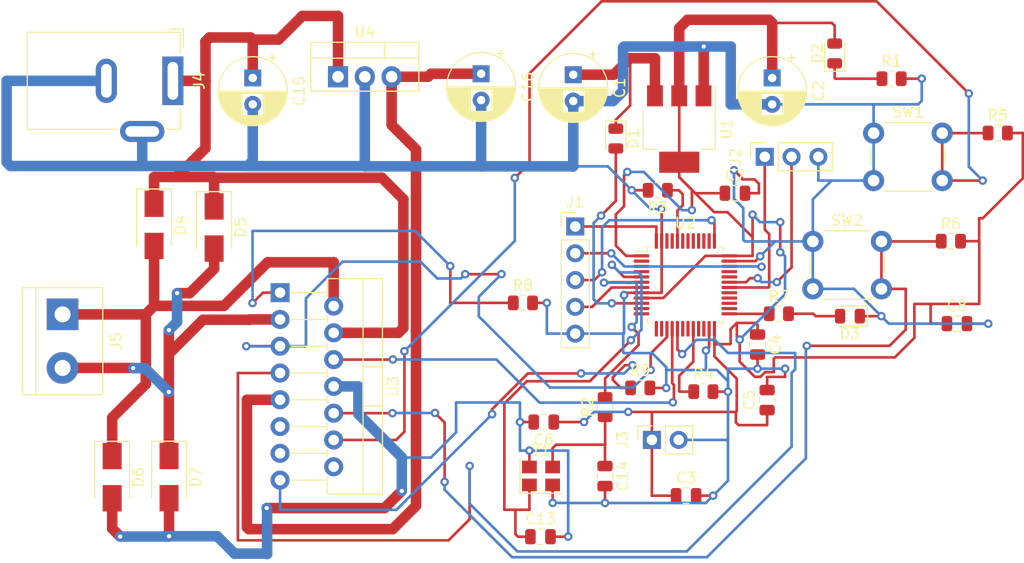
<source format=kicad_pcb>
(kicad_pcb (version 20211014) (generator pcbnew)
  (layers (0 "F.Cu" signal) (31 "B.Cu" signal) (34 "B.Paste" user) (35 "F.Paste" user) (36 "B.SilkS" user "B.Silkscreen") (37 "F.SilkS" user "F.Silkscreen") (38 "B.Mask" user) (39 "F.Mask" user) (44 "Edge.Cuts" user))
  (net 0 "")
  (net 1 "Net-(D2-Pad1)")
  (net 2 "GND")
  (net 3 "OSC_OUT")
  (net 4 "BOOT0")
  (net 5 "BOOT1")
  (net 6 "+3V3")
  (net 7 "DEBUG")
  (net 11 "NRST")
  (net 23 "USART1_TX")
  (net 24 "USART1_RX")
  (net 27 "SWDIO")
  (net 28 "SWCLK")
  (net 35 "VCC")
  (net 36 "OSC_IN")
  (net 37 "Net-(C1-Pad1)")
  (net 38 "Net-(C14-Pad1)")
  (net 39 "Net-(D3-Pad2)")
  (net 40 "+12V")
  (net 41 "Net-(D4-Pad2)")
  (net 42 "Net-(D5-Pad2)")
  (net 43 "Net-(R8-Pad1)")
  (net 45 "IN1")
  (net 46 "ENA")
  (net 47 "IN2")
  (net 50 "IN4")
  (net 52 "IN3")
  (net 55 "Net-(R9-Pad1)")
  (net 56 "+5V")
  (footprint "Package_TO_SOT_SMD:SOT-223-3_TabPin2" (layer "F.Cu") (at 104.35 60.8 -90)
    (fp_text reference "U1")
    (fp_text value "AMS1117-3.3")
  )
  (footprint "Resistor_SMD:R_0805_2012Metric" (layer "F.Cu") (at 113.79 78.32)
    (fp_text reference "R7")
    (fp_text value "10k")
  )
  (footprint "Package_TO_SOT_THT:TO-220-3_Vertical" (layer "F.Cu") (at 72.02 55.845)
    (fp_text reference "U4")
    (fp_text value "L7805")
  )
  (footprint "Resistor_SMD:R_0805_2012Metric" (layer "F.Cu") (at 106.6375 85.71)
    (fp_text reference "R4")
    (fp_text value "10k")
  )
  (footprint "Capacitor_SMD:C_0805_2012Metric" (layer "F.Cu") (at 112.68 86.51 90)
    (fp_text reference "C5")
    (fp_text value "100n")
  )
  (footprint "Button_Switch_THT:SW_PUSH_6mm" (layer "F.Cu") (at 117.01 71.46)
    (fp_text reference "SW2")
    (fp_text value "SW_MEC_5E")
  )
  (footprint "Capacitor_SMD:C_0805_2012Metric" (layer "F.Cu") (at 111.77 81.24 -90)
    (fp_text reference "C4")
    (fp_text value "100n")
  )
  (footprint "Resistor_SMD:R_0805_2012Metric" (layer "F.Cu") (at 134.5325 61.18)
    (fp_text reference "R5")
    (fp_text value "10")
  )
  (footprint "Capacitor_SMD:C_0805_2012Metric" (layer "F.Cu") (at 105.004759 95.575)
    (fp_text reference "C3")
    (fp_text value "100n")
  )
  (footprint "Capacitor_SMD:C_0805_2012Metric" (layer "F.Cu") (at 97.32 93.715 -90)
    (fp_text reference "C14")
    (fp_text value "12")
  )
  (footprint "Capacitor_SMD:C_0805_2012Metric" (layer "F.Cu") (at 109.63 66.89)
    (fp_text reference "C7")
    (fp_text value "100n")
  )
  (footprint "LED_SMD:LED_0805_2012Metric" (layer "F.Cu") (at 120.5275 78.55 180)
    (fp_text reference "D3")
    (fp_text value "DEBUG")
  )
  (footprint "Capacitor_SMD:C_0805_2012Metric" (layer "F.Cu") (at 91.2 99.465)
    (fp_text reference "C13")
    (fp_text value "12")
  )
  (footprint "Diode_SMD:D_SMA" (layer "F.Cu") (at 54.59 69.89 -90)
    (fp_text reference "D4")
    (fp_text value "D_Schottky")
  )
  (footprint "Resistor_SMD:R_0805_2012Metric" (layer "F.Cu") (at 130.0925 71.44)
    (fp_text reference "R6")
    (fp_text value "10")
  )
  (footprint "Capacitor_THT:CP_Radial_D6.3mm_P2.50mm" (layer "F.Cu") (at 63.94 55.96 -90)
    (fp_text reference "C15")
    (fp_text value "330n")
  )
  (footprint "Diode_SMD:D_SMA" (layer "F.Cu") (at 56.01 93.81 -90)
    (fp_text reference "D7")
    (fp_text value "D_Schottky")
  )
  (footprint "Diode_SMD:D_0805_2012Metric" (layer "F.Cu") (at 98.34 61.7075 -90)
    (fp_text reference "D1")
    (fp_text value "D_Schottky_Small")
  )
  (footprint "Capacitor_THT:CP_Radial_D6.3mm_P2.50mm" (layer "F.Cu") (at 94.31 55.65 -90)
    (fp_text reference "C1")
    (fp_text value "100n")
  )
  (footprint "LED_SMD:LED_0805_2012Metric" (layer "F.Cu") (at 119.08 53.6325 90)
    (fp_text reference "D2")
    (fp_text value "LED_Small")
  )
  (footprint "Capacitor_THT:CP_Radial_D6.3mm_P2.50mm" (layer "F.Cu") (at 113.16 55.96 -90)
    (fp_text reference "C2")
    (fp_text value "100n")
  )
  (footprint "Connector_PinSocket_2.54mm:PinSocket_1x03_P2.54mm_Vertical" (layer "F.Cu") (at 112.455 63.435 90)
    (fp_text reference "J2")
    (fp_text value "USART1")
  )
  (footprint "TerminalBlock:TerminalBlock_bornier-2_P5.08mm" (layer "F.Cu") (at 45.92 78.38 -90)
    (fp_text reference "J5")
    (fp_text value "Screw_Terminal_01x02")
  )
  (footprint "Capacitor_SMD:C_0805_2012Metric" (layer "F.Cu") (at 130.664759 79.26)
    (fp_text reference "C8")
    (fp_text value "100n")
  )
  (footprint "Crystal:Crystal_SMD_3225-4Pin_3.2x2.5mm" (layer "F.Cu") (at 91.254759 93.705)
    (fp_text reference "Y1")
    (fp_text value "16 MHz")
  )
  (footprint "Capacitor_THT:CP_Radial_D6.3mm_P2.50mm" (layer "F.Cu") (at 85.58 55.56 -90)
    (fp_text reference "C16")
    (fp_text value "100n")
  )
  (footprint "Button_Switch_THT:SW_PUSH_6mm" (layer "F.Cu") (at 122.77 61.19)
    (fp_text reference "SW1")
    (fp_text value "SW_MEC_5E")
  )
  (footprint "Connector_PinSocket_2.54mm:PinSocket_1x02_P2.54mm_Vertical" (layer "F.Cu") (at 101.76 90.285 90)
    (fp_text reference "J3")
    (fp_text value "3V3")
  )
  (footprint "Package_TO_SOT_THT:TO-220-15_P2.54x2.54mm_StaggerOdd_Lead4.58mm_Vertical" (layer "F.Cu") (at 66.53 76.32 -90)
    (fp_text reference "U3")
    (fp_text value "L298HN")
  )
  (footprint "Connector_PinHeader_2.54mm:PinHeader_1x05_P2.54mm_Vertical" (layer "F.Cu") (at 94.5 70.045)
    (fp_text reference "J1")
    (fp_text value "SWD")
  )
  (footprint "Diode_SMD:D_SMA" (layer "F.Cu") (at 60.28 70.14 -90)
    (fp_text reference "D5")
    (fp_text value "D_Schottky")
  )
  (footprint "Resistor_SMD:R_0805_2012Metric" (layer "F.Cu") (at 102.3175 66.61 180)
    (fp_text reference "R3")
    (fp_text value "10k")
  )
  (footprint "Resistor_SMD:R_0805_2012Metric" (layer "F.Cu") (at 89.54 77.29)
    (fp_text reference "R8")
    (fp_text value "10")
  )
  (footprint "Resistor_SMD:R_0805_2012Metric" (layer "F.Cu") (at 100.6525 85.355)
    (fp_text reference "R9")
    (fp_text value "10")
  )
  (footprint "Connector_BarrelJack:BarrelJack_GCT_DCJ200-10-A_Horizontal" (layer "F.Cu") (at 56.37 56.23 -90)
    (fp_text reference "J4")
    (fp_text value "Barrel_Jack_Switch")
  )
  (footprint "Package_QFP:LQFP-48_7x7mm_P0.5mm" (layer "F.Cu") (at 104.934759 75.58)
    (fp_text reference "U2")
    (fp_text value "STM32F103C8Tx")
  )
  (footprint "Resistor_SMD:R_0805_2012Metric" (layer "F.Cu") (at 124.4725 56.03)
    (fp_text reference "R1")
    (fp_text value "1k")
  )
  (footprint "Diode_SMD:D_SMA" (layer "F.Cu") (at 50.62 93.82 -90)
    (fp_text reference "D6")
    (fp_text value "D_Schottky")
  )
  (footprint "Capacitor_SMD:C_0805_2012Metric" (layer "F.Cu") (at 91.51 88.59 180)
    (fp_text reference "C6")
    (fp_text value "100n")
  )
  (footprint "Resistor_SMD:R_0805_2012Metric" (layer "F.Cu") (at 97.33 87.17 90)
    (fp_text reference "R2")
    (fp_text value "220")
  )
  (segment (start 119.08 55.96) (end 119.15 56.03) (width 0.25) (layer "F.Cu") (net 1))
  (segment (start 119.15 56.03) (end 123.56 56.03) (width 0.25) (layer "F.Cu") (net 1))
  (segment (start 119.08 54.57) (end 119.08 55.96) (width 0.25) (layer "F.Cu") (net 1))
  (segment (start 102.69 71.412259) (end 102.684759 71.4175) (width 0.25) (layer "F.Cu") (net 2))
  (segment (start 114.38 83.53) (end 114.38 84.31) (width 0.25) (layer "F.Cu") (net 2))
  (segment (start 107.184759 79.7425) (end 107.184759 81.505241) (width 0.25) (layer "F.Cu") (net 2))
  (segment (start 102.65 76.33) (end 102.684759 76.295241) (width 0.25) (layer "F.Cu") (net 2))
  (segment (start 99.3445 76.33) (end 99.12 76.5545) (width 0.25) (layer "F.Cu") (net 2))
  (segment (start 90.56 88.59) (end 89.26 88.59) (width 0.25) (layer "F.Cu") (net 2))
  (segment (start 102.684759 76.295241) (end 102.684759 71.4175) (width 0.25) (layer "F.Cu") (net 2))
  (segment (start 105.954759 95.575) (end 107.555 95.575) (width 0.25) (layer "F.Cu") (net 2))
  (segment (start 100.772259 76.33) (end 99.3445 76.33) (width 0.25) (layer "F.Cu") (net 2))
  (segment (start 110.27 65.49) (end 110.36 65.58) (width 0.25) (layer "F.Cu") (net 2))
  (segment (start 92.15 99.465) (end 93.825 99.465) (width 0.25) (layer "F.Cu") (net 2))
  (segment (start 76.43 96.75) (end 78.06 95.12) (width 1) (layer "F.Cu") (net 2))
  (segment (start 93.825 99.465) (end 93.83 99.46) (width 0.25) (layer "F.Cu") (net 2))
  (segment (start 97.32 94.665) (end 97.32 96.27) (width 0.25) (layer "F.Cu") (net 2))
  (segment (start 50.62 95.82) (end 50.62 97.86) (width 1) (layer "F.Cu") (net 2))
  (segment (start 109.54 64.71) (end 110.27 65.44) (width 0.25) (layer "F.Cu") (net 2))
  (segment (start 50.62 97.86) (end 50.62 98.69) (width 1) (layer "F.Cu") (net 2))
  (segment (start 111.49 65.58) (end 111.9 65.99) (width 0.25) (layer "F.Cu") (net 2))
  (segment (start 111.77 82.19) (end 111.77 83.53) (width 0.25) (layer "F.Cu") (net 2))
  (segment (start 92.354759 96.254759) (end 92.36 96.26) (width 0.25) (layer "F.Cu") (net 2))
  (segment (start 100.772259 76.33) (end 102.65 76.33) (width 0.25) (layer "F.Cu") (net 2))
  (segment (start 90.154759 92.855) (end 90.154759 91.304759) (width 0.25) (layer "F.Cu") (net 2))
  (segment (start 107.555 95.575) (end 107.56 95.57) (width 0.25) (layer "F.Cu") (net 2))
  (segment (start 131.614759 79.26) (end 133.63 79.26) (width 0.25) (layer "F.Cu") (net 2))
  (segment (start 90.154759 91.304759) (end 90.15 91.3) (width 0.25) (layer "F.Cu") (net 2))
  (segment (start 106.67 52.98) (end 106.67 57.63) (width 1) (layer "F.Cu") (net 2))
  (segment (start 50.62 98.69) (end 51.38 99.45) (width 1) (layer "F.Cu") (net 2))
  (segment (start 106.67 57.63) (end 106.65 57.65) (width 1) (layer "F.Cu") (net 2))
  (segment (start 107.55 85.71) (end 108.97 85.71) (width 0.25) (layer "F.Cu") (net 2))
  (segment (start 112.68 84.31) (end 112.68 85.56) (width 0.25) (layer "F.Cu") (net 2))
  (segment (start 111.9 66.89) (end 110.58 66.89) (width 0.25) (layer "F.Cu") (net 2))
  (segment (start 101.405 66.61) (end 99.85 66.61) (width 0.25) (layer "F.Cu") (net 2))
  (segment (start 121.465 78.55) (end 123.5 78.55) (width 0.25) (layer "F.Cu") (net 2))
  (segment (start 56.01 99.42) (end 56.01 95.81) (width 1) (layer "F.Cu") (net 2))
  (segment (start 109.097259 73.33) (end 111.56639 73.33) (width 0.25) (layer "F.Cu") (net 2))
  (segment (start 65.26 96.75) (end 76.43 96.75) (width 1) (layer "F.Cu") (net 2))
  (segment (start 102.69 68.39) (end 102.69 71.412259) (width 0.25) (layer "F.Cu") (net 2))
  (segment (start 101.565 85.355) (end 103.115 85.355) (width 0.25) (layer "F.Cu") (net 2))
  (segment (start 111.56639 73.33) (end 112.023213 72.873177) (width 0.25) (layer "F.Cu") (net 2))
  (segment (start 92.354759 94.555) (end 92.354759 96.254759) (width 0.25) (layer "F.Cu") (net 2))
  (segment (start 125.385 56.03) (end 127.32 56.03) (width 0.25) (layer "F.Cu") (net 2))
  (segment (start 114.38 84.31) (end 112.68 84.31) (width 0.25) (layer "F.Cu") (net 2))
  (segment (start 107.184759 81.505241) (end 106.88 81.81) (width 0.25) (layer "F.Cu") (net 2))
  (segment (start 110.36 65.58) (end 111.49 65.58) (width 0.25) (layer "F.Cu") (net 2))
  (segment (start 110.27 65.44) (end 110.27 65.49) (width 0.25) (layer "F.Cu") (net 2))
  (segment (start 90.4525 77.29) (end 91.81 77.29) (width 0.25) (layer "F.Cu") (net 2))
  (segment (start 127.32 56.03) (end 127.33 56.02) (width 0.25) (layer "F.Cu") (net 2))
  (segment (start 111.9 65.99) (end 111.9 66.89) (width 0.25) (layer "F.Cu") (net 2))
  (segment (start 103.115 85.355) (end 103.12 85.36) (width 0.25) (layer "F.Cu") (net 2))
  (via (at 133.63 79.26) (size 0.8) (drill 0.4) (layers "F.Cu" "B.Cu") (net 2))
  (via (at 108.97 85.71) (size 0.8) (drill 0.4) (layers "F.Cu" "B.Cu") (net 2))
  (via (at 107.56 95.57) (size 0.8) (drill 0.4) (layers "F.Cu" "B.Cu") (net 2))
  (via (at 102.69 68.39) (size 0.8) (drill 0.4) (layers "F.Cu" "B.Cu") (net 2))
  (via (at 90.15 91.3) (size 0.8) (drill 0.4) (layers "F.Cu" "B.Cu") (net 2))
  (via (at 89.26 88.59) (size 0.8) (drill 0.4) (layers "F.Cu" "B.Cu") (net 2))
  (via (at 109.54 64.71) (size 0.8) (drill 0.4) (layers "F.Cu" "B.Cu") (net 2))
  (via (at 112.023213 72.873177) (size 0.8) (drill 0.4) (layers "F.Cu" "B.Cu") (net 2))
  (via (at 93.83 99.46) (size 0.8) (drill 0.4) (layers "F.Cu" "B.Cu") (net 2))
  (via (at 65.26 96.75) (size 0.8) (drill 0.4) (layers "F.Cu" "B.Cu") (net 2))
  (via (at 97.32 96.27) (size 0.8) (drill 0.4) (layers "F.Cu" "B.Cu") (net 2))
  (via (at 99.12 76.5545) (size 0.8) (drill 0.4) (layers "F.Cu" "B.Cu") (net 2))
  (via (at 106.88 81.81) (size 0.8) (drill 0.4) (layers "F.Cu" "B.Cu") (net 2))
  (via (at 51.38 99.45) (size 0.8) (drill 0.4) (layers "F.Cu" "B.Cu") (net 2))
  (via (at 114.38 83.53) (size 0.8) (drill 0.4) (layers "F.Cu" "B.Cu") (net 2))
  (via (at 78.06 95.12) (size 0.8) (drill 0.4) (layers "F.Cu" "B.Cu") (net 2))
  (via (at 91.81 77.29) (size 0.8) (drill 0.4) (layers "F.Cu" "B.Cu") (net 2))
  (via (at 99.85 66.61) (size 0.8) (drill 0.4) (layers "F.Cu" "B.Cu") (net 2))
  (via (at 127.33 56.02) (size 0.8) (drill 0.4) (layers "F.Cu" "B.Cu") (net 2))
  (via (at 103.12 85.36) (size 0.8) (drill 0.4) (layers "F.Cu" "B.Cu") (net 2))
  (via (at 92.36 96.26) (size 0.8) (drill 0.4) (layers "F.Cu" "B.Cu") (net 2))
  (via (at 106.67 52.98) (size 0.8) (drill 0.4) (layers "F.Cu" "B.Cu") (net 2))
  (via (at 56.01 99.42) (size 0.8) (drill 0.4) (layers "F.Cu" "B.Cu") (net 2))
  (via (at 123.5 78.55) (size 0.8) (drill 0.4) (layers "F.Cu" "B.Cu") (net 2))
  (via (at 111.77 83.53) (size 0.8) (drill 0.4) (layers "F.Cu" "B.Cu") (net 2))
  (segment (start 118.79 65.69) (end 117.54 65.69) (width 0.25) (layer "B.Cu") (net 2))
  (segment (start 106.86 96.27) (end 107.56 95.57) (width 0.25) (layer "B.Cu") (net 2))
  (segment (start 118.79 65.69) (end 117.01 67.47) (width 0.25) (layer "B.Cu") (net 2))
  (segment (start 110.42 71.31) (end 110.42 68.3) (width 0.25) (layer "B.Cu") (net 2))
  (segment (start 93.83 96.27) (end 93.82 96.26) (width 0.25) (layer "B.Cu") (net 2))
  (segment (start 62.22 101.07) (end 65.26 101.07) (width 1) (layer "B.Cu") (net 2))
  (segment (start 65.26 101.07) (end 65.3 101.11) (width 1) (layer "B.Cu") (net 2))
  (segment (start 108.97 94.16) (end 108.97 90.25) (width 0.25) (layer "B.Cu") (net 2))
  (segment (start 117.54 65.69) (end 117.535 65.685) (width 0.25) (layer "B.Cu") (net 2))
  (segment (start 74.54 64.32) (end 74.56 64.34) (width 1) (layer "B.Cu") (net 2))
  (segment (start 101.63 68.39) (end 102.69 68.39) (width 0.25) (layer "B.Cu") (net 2))
  (segment (start 83.21 89.57) (end 80.82 91.96) (width 0.25) (layer "B.Cu") (net 2))
  (segment (start 108.97 84.72) (end 108.97 83.53) (width 0.25) (layer "B.Cu") (net 2))
  (segment (start 99.095 80.205) (end 98.955 80.205) (width 0.25) (layer "B.Cu") (net 2))
  (segment (start 63.46 64.32) (end 74.54 64.32) (width 1) (layer "B.Cu") (net 2))
  (segment (start 110.57 71.46) (end 110.42 71.31) (width 0.25) (layer "B.Cu") (net 2))
  (segment (start 55.98 99.45) (end 56.01 99.42) (width 1) (layer "B.Cu") (net 2))
  (segment (start 99.12 76.5545) (end 99.12 80.18) (width 0.25) (layer "B.Cu") (net 2))
  (segment (start 110.42 68.3) (end 109.54 67.42) (width 0.25) (layer "B.Cu") (net 2))
  (segment (start 103.12 85.36) (end 103.12 83.61) (width 0.25) (layer "B.Cu") (net 2))
  (segment (start 98.955 80.205) (end 94.5 80.205) (width 0.25) (layer "B.Cu") (net 2))
  (segment (start 73.95 85.21) (end 71.61 85.21) (width 1) (layer "B.Cu") (net 2))
  (segment (start 40.62 63.95) (end 40.98 64.31) (width 1) (layer "B.Cu") (net 2))
  (segment (start 108.97 85.71) (end 108.97 84.72) (width 0.25) (layer "B.Cu") (net 2))
  (segment (start 109.24 52.98) (end 106.67 52.98) (width 1) (layer "B.Cu") (net 2))
  (segment (start 106.89 83.65) (end 106.88 83.64) (width 0.25) (layer "B.Cu") (net 2))
  (segment (start 113.43639 71.46) (end 117.01 71.46) (width 0.25) (layer "B.Cu") (net 2))
  (segment (start 93.83 91.3) (end 90.15 91.3) (width 0.25) (layer "B.Cu") (net 2))
  (segment (start 98.8 57.43) (end 99.03 57.2) (width 1) (layer "B.Cu") (net 2))
  (segment (start 53.47 64.31) (end 63.45 64.31) (width 1) (layer "B.Cu") (net 2))
  (segment (start 99.045 81.995) (end 99.045 80.295) (width 0.25) (layer "B.Cu") (net 2))
  (segment (start 106.89 83.65) (end 103.16 83.65) (width 0.25) (layer "B.Cu") (net 2))
  (segment (start 40.98 64.31) (end 53.47 64.31) (width 1) (layer "B.Cu") (net 2))
  (segment (start 124.21 79.26) (end 123.5 78.55) (width 0.25) (layer "B.Cu") (net 2))
  (segment (start 99.85 66.61) (end 97.58 64.34) (width 0.25) (layer "B.Cu") (net 2))
  (segment (start 99.03 53.07) (end 99.12 52.98) (width 1) (layer "B.Cu") (net 2))
  (segment (start 97.58 64.34) (end 94.28 64.34) (width 0.25) (layer "B.Cu") (net 2))
  (segment (start 99.03 57.2) (end 99.03 53.07) (width 1) (layer "B.Cu") (net 2))
  (segment (start 103.16 83.65) (end 103.12 83.61) (width 0.25) (layer "B.Cu") (net 2))
  (segment (start 56.01 99.42) (end 60.57 99.42) (width 1) (layer "B.Cu") (net 2))
  (segment (start 99.045 80.295) (end 98.955 80.205) (width 0.25) (layer "B.Cu") (net 2))
  (segment (start 99.85 66.61) (end 101.63 68.39) (width 0.25) (layer "B.Cu") (net 2))
  (segment (start 108.97 90.25) (end 108.97 85.71) (width 0.25) (layer "B.Cu") (net 2))
  (segment (start 65.3 96.79) (end 65.26 96.75) (width 1) (layer "B.Cu") (net 2))
  (segment (start 104.3 90.285) (end 108.935 90.285) (width 0.25) (layer "B.Cu") (net 2))
  (segment (start 113.16 58.46) (end 122.65 58.46) (width 0.25) (layer "B.Cu") (net 2))
  (segment (start 65.3 101.11) (end 65.3 96.79) (width 1) (layer "B.Cu") (net 2))
  (segment (start 85.58 64.34) (end 94.28 64.34) (width 1) (layer "B.Cu") (net 2))
  (segment (start 101.78 82.05) (end 99.1 82.05) (width 0.25) (layer "B.Cu") (net 2))
  (segment (start 50.07 56.23) (end 40.62 56.23) (width 1) (layer "B.Cu") (net 2))
  (segment (start 89.24 86.74) (end 89.26 86.76) (width 0.25) (layer "B.Cu") (net 2))
  (segment (start 89.26 86.76) (end 89.26 88.59) (width 0.25) (layer "B.Cu") (net 2))
  (segment (start 85.58 64.34) (end 85.58 58.06) (width 1) (layer "B.Cu") (net 2))
  (segment (start 91.81 77.29) (end 91.81 80.2) (width 0.25) (layer "B.Cu") (net 2))
  (segment (start 78.06 95.12) (end 78.06 91.937258) (width 1) (layer "B.Cu") (net 2))
  (segment (start 108.97 84.72) (end 107.9 83.65) (width 0.25) (layer "B.Cu") (net 2))
  (segment (start 63.45 64.31) (end 63.46 64.32) (width 1) (layer "B.Cu") (net 2))
  (segment (start 91.81 80.2) (end 91.815 80.205) (width 0.25) (layer "B.Cu") (net 2))
  (segment (start 94.28 64.34) (end 94.29 64.35) (width 1) (layer "B.Cu") (net 2))
  (segment (start 122.77 61.19) (end 122.77 65.69) (width 0.25) (layer "B.Cu") (net 2))
  (segment (start 117.01 67.47) (end 117.01 71.46) (width 0.25) (layer "B.Cu") (net 2))
  (segment (start 127.33 56.02) (end 127.33 58.12) (width 0.25) (layer "B.Cu") (net 2))
  (segment (start 103.12 83.61) (end 103.12 83.41) (width 0.25) (layer "B.Cu") (net 2))
  (segment (start 73.95 87.827258) (end 73.95 85.21) (width 1) (layer "B.Cu") (net 2))
  (segment (start 89.26 91.3) (end 90.15 91.3) (width 0.25) (layer "B.Cu") (net 2))
  (segment (start 107.56 95.57) (end 108.97 94.16) (width 0.25) (layer "B.Cu") (net 2))
  (segment (start 117.535 65.685) (end 117.535 63.435) (width 0.25) (layer "B.Cu") (net 2))
  (segment (start 99.12 52.98) (end 106.67 52.98) (width 1) (layer "B.Cu") (net 2))
  (segment (start 113.16 58.46) (end 109.23 58.46) (width 1) (layer "B.Cu") (net 2))
  (segment (start 93.82 96.26) (end 92.36 96.26) (width 0.25) (layer "B.Cu") (net 2))
  (segment (start 40.62 56.23) (end 40.62 63.95) (width 1) (layer "B.Cu") (net 2))
  (segment (start 113.43639 71.46) (end 110.57 71.46) (width 0.25) (layer "B.Cu") (net 2))
  (segment (start 108.97 83.53) (end 111.77 83.53) (width 0.25) (layer "B.Cu") (net 2))
  (segment (start 93.83 96.27) (end 93.83 91.3) (width 0.25) (layer "B.Cu") (net 2))
  (segment (start 109.23 58.46) (end 109.23 52.99) (width 1) (layer "B.Cu") (net 2))
  (segment (start 99.12 80.18) (end 99.095 80.205) (width 0.25) (layer "B.Cu") (net 2))
  (segment (start 94.31 58.15) (end 98.08 58.15) (width 1) (layer "B.Cu") (net 2))
  (segment (start 63.94 63.82) (end 63.94 58.46) (width 1) (layer "B.Cu") (net 2))
  (segment (start 103.12 83.41) (end 103.13 83.4) (width 0.25) (layer "B.Cu") (net 2))
  (segment (start 93.83 99.46) (end 93.83 96.27) (width 0.25) (layer "B.Cu") (net 2))
  (segment (start 120.91 75.96) (end 117.01 75.96) (width 0.25) (layer "B.Cu") (net 2))
  (segment (start 60.57 99.42) (end 62.22 101.07) (width 1) (layer "B.Cu") (net 2))
  (segment (start 107.9 83.65) (end 106.89 83.65) (width 0.25) (layer "B.Cu") (net 2))
  (segment (start 123.5 78.55) (end 120.91 75.96) (width 0.25) (layer "B.Cu") (net 2))
  (segment (start 122.77 58.58) (end 122.77 61.19) (width 0.25) (layer "B.Cu") (net 2))
  (segment (start 51.38 99.45) (end 55.98 99.45) (width 1) (layer "B.Cu") (net 2))
  (segment (start 97.32 96.27) (end 106.86 96.27) (width 0.25) (layer "B.Cu") (net 2))
  (segment (start 83.21 86.74) (end 83.21 89.57) (width 0.25) (layer "B.Cu") (net 2))
  (segment (start 53.47 64.31) (end 53.47 61.03) (width 1) (layer "B.Cu") (net 2))
  (segment (start 122.77 65.69) (end 118.79 65.69) (width 0.25) (layer "B.Cu") (net 2))
  (segment (start 109.54 67.42) (end 109.54 64.71) (width 0.25) (layer "B.Cu") (net 2))
  (segment (start 94.29 64.35) (end 94.31 64.33) (width 1) (layer "B.Cu") (net 2))
  (segment (start 94.31 64.33) (end 94.31 58.15) (width 1) (layer "B.Cu") (net 2))
  (segment (start 133.63 79.26) (end 124.21 79.26) (width 0.25) (layer "B.Cu") (net 2))
  (segment (start 126.99 58.46) (end 122.65 58.46) (width 0.25) (layer "B.Cu") (net 2))
  (segment (start 122.65 58.46) (end 122.77 58.58) (width 0.25) (layer "B.Cu") (net 2))
  (segment (start 127.33 58.12) (end 126.99 58.46) (width 0.25) (layer "B.Cu") (net 2))
  (segment (start 78.082742 91.96) (end 78.06 91.937258) (width 0.25) (layer "B.Cu") (net 2))
  (segment (start 103.13 83.4) (end 101.78 82.05) (width 0.25) (layer "B.Cu") (net 2))
  (segment (start 80.82 91.96) (end 78.082742 91.96) (width 0.25) (layer "B.Cu") (net 2))
  (segment (start 111.77 83.53) (end 114.38 83.53) (width 0.25) (layer "B.Cu") (net 2))
  (segment (start 74.56 64.34) (end 85.58 64.34) (width 1) (layer "B.Cu") (net 2))
  (segment (start 109.23 52.99) (end 109.24 52.98) (width 1) (layer "B.Cu") (net 2))
  (segment (start 112.023213 72.873177) (end 113.43639 71.46) (width 0.25) (layer "B.Cu") (net 2))
  (segment (start 106.88 83.64) (end 106.88 81.81) (width 0.25) (layer "B.Cu") (net 2))
  (segment (start 63.45 64.31) (end 63.94 63.82) (width 1) (layer "B.Cu") (net 2))
  (segment (start 99.1 82.05) (end 99.045 81.995) (width 0.25) (layer "B.Cu") (net 2))
  (segment (start 74.56 64.34) (end 74.56 55.845) (width 1) (layer "B.Cu") (net 2))
  (segment (start 117.01 71.46) (end 117.01 75.96) (width 0.25) (layer "B.Cu") (net 2))
  (segment (start 108.935 90.285) (end 108.97 90.25) (width 0.25) (layer "B.Cu") (net 2))
  (segment (start 98.08 58.15) (end 98.8 57.43) (width 1) (layer "B.Cu") (net 2))
  (segment (start 78.06 91.937258) (end 73.95 87.827258) (width 1) (layer "B.Cu") (net 2))
  (segment (start 97.32 96.27) (end 93.83 96.27) (width 0.25) (layer "B.Cu") (net 2))
  (segment (start 91.815 80.205) (end 94.5 80.205) (width 0.25) (layer "B.Cu") (net 2))
  (segment (start 89.26 88.59) (end 89.26 91.3) (width 0.25) (layer "B.Cu") (net 2))
  (segment (start 83.21 86.74) (end 89.24 86.74) (width 0.25) (layer "B.Cu") (net 2))
  (segment (start 99.8445 79.58) (end 100.495 80.2305) (width 0.25) (layer "F.Cu") (net 3))
  (segment (start 97.33 84.45) (end 97.33 86.2575) (width 0.25) (layer "F.Cu") (net 3))
  (segment (start 100.495 80.2305) (end 100.495 81.285) (width 0.25) (layer "F.Cu") (net 3))
  (segment (start 97.25979 75.33) (end 97.215884 75.373906) (width 0.25) (layer "F.Cu") (net 3))
  (segment (start 100.772259 75.33) (end 97.25979 75.33) (width 0.25) (layer "F.Cu") (net 3))
  (segment (start 100.495 81.285) (end 97.33 84.45) (width 0.25) (layer "F.Cu") (net 3))
  (via (at 99.8445 79.58) (size 0.8) (drill 0.4) (layers "F.Cu" "B.Cu") (net 3))
  (via (at 97.215884 75.373906) (size 0.8) (drill 0.4) (layers "F.Cu" "B.Cu") (net 3))
  (segment (start 99.52 75.38) (end 100.32 75.38) (width 0.25) (layer "B.Cu") (net 3))
  (segment (start 100.32 79.1045) (end 99.8445 79.58) (width 0.25) (layer "B.Cu") (net 3))
  (segment (start 97.215884 75.373906) (end 99.513906 75.373906) (width 0.25) (layer "B.Cu") (net 3))
  (segment (start 99.513906 75.373906) (end 99.52 75.38) (width 0.25) (layer "B.Cu") (net 3))
  (segment (start 100.32 75.38) (end 100.32 79.1045) (width 0.25) (layer "B.Cu") (net 3))
  (segment (start 103.23 66.61) (end 104.31 66.61) (width 0.25) (layer "F.Cu") (net 4))
  (segment (start 104.68 66.98) (end 104.68 68.04) (width 0.25) (layer "F.Cu") (net 4))
  (segment (start 104.68 68.04) (end 104.184759 68.535241) (width 0.25) (layer "F.Cu") (net 4))
  (segment (start 104.31 66.61) (end 104.68 66.98) (width 0.25) (layer "F.Cu") (net 4))
  (segment (start 104.184759 68.535241) (end 104.184759 71.4175) (width 0.25) (layer "F.Cu") (net 4))
  (segment (start 104.35 85.66) (end 104.35 84.2) (width 0.25) (layer "F.Cu") (net 5))
  (segment (start 105.684759 82.865241) (end 105.684759 79.7425) (width 0.25) (layer "F.Cu") (net 5))
  (segment (start 104.4 85.71) (end 104.35 85.66) (width 0.25) (layer "F.Cu") (net 5))
  (segment (start 104.35 84.2) (end 105.684759 82.865241) (width 0.25) (layer "F.Cu") (net 5))
  (segment (start 105.725 85.71) (end 104.4 85.71) (width 0.25) (layer "F.Cu") (net 5))
  (segment (start 111.77 79.38) (end 111.58 79.19) (width 0.25) (layer "F.Cu") (net 6))
  (segment (start 108.68 66.89) (end 105.87 66.89) (width 0.25) (layer "F.Cu") (net 6))
  (segment (start 126.66 77.39) (end 126.63 77.42) (width 0.25) (layer "F.Cu") (net 6))
  (segment (start 111.3 71.06) (end 111.3 72.83) (width 0.25) (layer "F.Cu") (net 6))
  (segment (start 132.77 71.44) (end 132.78 71.45) (width 0.25) (layer "F.Cu") (net 6))
  (segment (start 112.493604 83.86) (end 112.053604 84.3) (width 0.25) (layer "F.Cu") (net 6))
  (segment (start 113.31 83.86) (end 112.493604 83.86) (width 0.25) (layer "F.Cu") (net 6))
  (segment (start 98.34 70.04) (end 98.35 70.05) (width 0.25) (layer "F.Cu") (net 6))
  (segment (start 111.58 79.19) (end 109.81 79.19) (width 0.25) (layer "F.Cu") (net 6))
  (segment (start 124.78 82.46) (end 113.45 82.46) (width 0.25) (layer "F.Cu") (net 6))
  (segment (start 111.3 72.83) (end 109.097259 72.83) (width 0.25) (layer "F.Cu") (net 6))
  (segment (start 109.97 88.88) (end 109.72 88.63) (width 0.25) (layer "F.Cu") (net 6))
  (segment (start 109.8 84.48) (end 109.8 87.55) (width 0.25) (layer "F.Cu") (net 6))
  (segment (start 105.55 66.57) (end 105.55 68.5) (width 0.25) (layer "F.Cu") (net 6))
  (segment (start 102.84 76.83) (end 106.84 72.83) (width 0.25) (layer "F.Cu") (net 6))
  (segment (start 113.16 50.74) (end 113.16 55.96) (width 1) (layer "F.Cu") (net 6))
  (segment (start 113.92 72.49) (end 113.92 69.63) (width 0.25) (layer "F.Cu") (net 6))
  (segment (start 126.63 77.42) (end 126.63 80.61) (width 0.25) (layer "F.Cu") (net 6))
  (segment (start 105.87 66.89) (end 107.67 68.69) (width 0.25) (layer "F.Cu") (net 6))
  (segment (start 109.22 79.78) (end 109.22 81.14) (width 0.25) (layer "F.Cu") (net 6))
  (segment (start 109.154759 81.205241) (end 107.684759 81.205241) (width 0.25) (layer "F.Cu") (net 6))
  (segment (start 111.77 80.29) (end 111.77 79.38) (width 0.25) (layer "F.Cu") (net 6))
  (segment (start 132.77 71.44) (end 131.005 71.44) (width 0.25) (layer "F.Cu") (net 6))
  (segment (start 109.81 79.19) (end 109.22 79.78) (width 0.25) (layer "F.Cu") (net 6))
  (segment (start 98.35 70.05) (end 98.345 70.045) (width 0.25) (layer "F.Cu") (net 6))
  (segment (start 99.43 64.87) (end 99.125 65.175) (width 0.25) (layer "F.Cu") (net 6))
  (segment (start 104.37 65.39) (end 105.87 66.89) (width 0.25) (layer "F.Cu") (net 6))
  (segment (start 104.35 57.65) (end 104.35 63.95) (width 0.25) (layer "F.Cu") (net 6))
  (segment (start 132.78 77.39) (end 132.78 71.45) (width 0.25) (layer "F.Cu") (net 6))
  (segment (start 136.01 66.37) (end 133.12 69.26) (width 0.25) (layer "F.Cu") (net 6))
  (segment (start 109.8 87.55) (end 109.72 87.63) (width 0.25) (layer "F.Cu") (net 6))
  (segment (start 99.52 87.63) (end 101.74 87.63) (width 0.25) (layer "F.Cu") (net 6))
  (segment (start 119.08 51.01) (end 118.81 50.74) (width 0.25) (layer "F.Cu") (net 6))
  (segment (start 128.31 77.39) (end 126.66 77.39) (width 0.25) (layer "F.Cu") (net 6))
  (segment (start 113.31 82.6) (end 113.31 83.86) (width 0.25) (layer "F.Cu") (net 6))
  (segment (start 110.08 82.865305) (end 110.08 80.77) (width 0.25) (layer "F.Cu") (net 6))
  (segment (start 126.63 80.61) (end 124.78 82.46) (width 0.25) (layer "F.Cu") (net 6))
  (segment (start 104.35 65.37) (end 104.37 65.39) (width 0.25) (layer "F.Cu") (net 6))
  (segment (start 106.84 72.83) (end 109.097259 72.83) (width 0.25) (layer "F.Cu") (net 6))
  (segment (start 133.12 69.26) (end 132.77 69.26) (width 0.25) (layer "F.Cu") (net 6))
  (segment (start 109.81 80.5) (end 110.08 80.77) (width 0.25) (layer "F.Cu") (net 6))
  (segment (start 107.684759 81.205241) (end 107.684759 82.364759) (width 0.25) (layer "F.Cu") (net 6))
  (segment (start 136.91 65.47) (end 136.01 66.37) (width 0.25) (layer "F.Cu") (net 6))
  (segment (start 109.72 88.63) (end 109.72 87.63) (width 0.25) (layer "F.Cu") (net 6))
  (segment (start 111.3 68.92) (end 111.3 71.06) (width 0.25) (layer "F.Cu") (net 6))
  (segment (start 101.76 90.285) (end 101.76 95.57) (width 0.25) (layer "F.Cu") (net 6))
  (segment (start 108.93 68.69) (end 111.3 71.06) (width 0.25) (layer "F.Cu") (net 6))
  (segment (start 109.22 81.14) (end 109.154759 81.205241) (width 0.25) (layer "F.Cu") (net 6))
  (segment (start 112.86 50.44) (end 113.16 50.74) (width 1) (layer "F.Cu") (net 6))
  (segment (start 101.765 95.575) (end 104.054759 95.575) (width 0.25) (layer "F.Cu") (net 6))
  (segment (start 107.684759 82.364759) (end 109.8 84.48) (width 0.25) (layer "F.Cu") (net 6))
  (segment (start 104.35 63.95) (end 104.35 65.37) (width 0.25) (layer "F.Cu") (net 6))
  (segment (start 98.34 68.91) (end 98.34 70.04) (width 0.25) (layer "F.Cu") (net 6))
  (segment (start 118.81 50.74) (end 113.16 50.74) (width 0.25) (layer "F.Cu") (net 6))
  (segment (start 104.35 51.23) (end 105.14 50.44) (width 1) (layer "F.Cu") (net 6))
  (segment (start 98.35 70.05) (end 102.18 70.05) (width 0.25) (layer "F.Cu") (net 6))
  (segment (start 99.32 72.83) (end 98.35 71.86) (width 0.25) (layer "F.Cu") (net 6))
  (segment (start 92.46 88.59) (end 95.33 88.59) (width 0.25) (layer "F.Cu") (net 6))
  (segment (start 109.81 79.19) (end 109.81 80.5) (width 0.25) (layer "F.Cu") (net 6))
  (segment (start 128.3 79.25) (end 128.17 79.12) (width 0.25) (layer "F.Cu") (net 6))
  (segment (start 128.31 77.39) (end 132.78 77.39) (width 0.25) (layer "F.Cu") (net 6))
  (segment (start 98.35 71.86) (end 98.35 70.05) (width 0.25) (layer "F.Cu") (net 6))
  (segment (start 104.37 65.39) (end 105.55 66.57) (width 0.25) (layer "F.Cu") (net 6))
  (segment (start 112.68 87.46) (end 112.68 88.88) (width 0.25) (layer "F.Cu") (net 6))
  (segment (start 98.345 70.045) (end 94.5 70.045) (width 0.25) (layer "F.Cu") (net 6))
  (segment (start 101.76 95.57) (end 101.765 95.575) (width 0.25) (layer "F.Cu") (net 6))
  (segment (start 128.17 79.12) (end 128.17 77.53) (width 0.25) (layer "F.Cu") (net 6))
  (segment (start 129.704759 79.25) (end 128.3 79.25) (width 0.25) (layer "F.Cu") (net 6))
  (segment (start 107.684759 79.7425) (end 107.684759 81.205241) (width 0.25) (layer "F.Cu") (net 6))
  (segment (start 136.9 61.18) (end 136.91 61.19) (width 0.25) (layer "F.Cu") (net 6))
  (segment (start 100.772259 72.83) (end 99.32 72.83) (width 0.25) (layer "F.Cu") (net 6))
  (segment (start 112.68 88.88) (end 109.97 88.88) (width 0.25) (layer "F.Cu") (net 6))
  (segment (start 102.18 70.05) (end 102.184759 70.054759) (width 0.25) (layer "F.Cu") (net 6))
  (segment (start 100.772259 76.83) (end 102.84 76.83) (width 0.25) (layer "F.Cu") (net 6))
  (segment (start 101.74 87.63) (end 101.76 87.65) (width 0.25) (layer "F.Cu") (net 6))
  (segment (start 113.45 82.46) (end 113.31 82.6) (width 0.25) (layer "F.Cu") (net 6))
  (segment (start 105.14 50.44) (end 112.86 50.44) (width 1) (layer "F.Cu") (net 6))
  (segment (start 99.125 65.175) (end 99.125 68.125) (width 0.25) (layer "F.Cu") (net 6))
  (segment (start 119.08 52.695) (end 119.08 51.01) (width 0.25) (layer "F.Cu") (net 6))
  (segment (start 136.91 61.19) (end 136.91 65.47) (width 0.25) (layer "F.Cu") (net 6))
  (segment (start 132.77 69.26) (end 132.77 71.44) (width 0.25) (layer "F.Cu") (net 6))
  (segment (start 101.76 87.65) (end 101.76 90.285) (width 0.25) (layer "F.Cu") (net 6))
  (segment (start 128.17 77.53) (end 128.31 77.39) (width 0.25) (layer "F.Cu") (net 6))
  (segment (start 99.125 68.125) (end 98.34 68.91) (width 0.25) (layer "F.Cu") (net 6))
  (segment (start 104.35 57.65) (end 104.35 51.23) (width 1) (layer "F.Cu") (net 6))
  (segment (start 111.514695 84.3) (end 110.08 82.865305) (width 0.25) (layer "F.Cu") (net 6))
  (segment (start 112.053604 84.3) (end 111.514695 84.3) (width 0.25) (layer "F.Cu") (net 6))
  (segment (start 102.184759 70.054759) (end 102.184759 71.4175) (width 0.25) (layer "F.Cu") (net 6))
  (segment (start 107.67 68.69) (end 108.93 68.69) (width 0.25) (layer "F.Cu") (net 6))
  (segment (start 129.714759 79.26) (end 129.704759 79.25) (width 0.25) (layer "F.Cu") (net 6))
  (segment (start 135.445 61.18) (end 136.9 61.18) (width 0.25) (layer "F.Cu") (net 6))
  (segment (start 109.72 87.63) (end 101.74 87.63) (width 0.25) (layer "F.Cu") (net 6))
  (via (at 113.92 69.63) (size 0.8) (drill 0.4) (layers "F.Cu" "B.Cu") (net 6))
  (via (at 99.43 64.87) (size 0.8) (drill 0.4) (layers "F.Cu" "B.Cu") (net 6))
  (via (at 111.3 68.92) (size 0.8) (drill 0.4) (layers "F.Cu" "B.Cu") (net 6))
  (via (at 95.33 88.59) (size 0.8) (drill 0.4) (layers "F.Cu" "B.Cu") (net 6))
  (via (at 110.08 80.77) (size 0.8) (drill 0.4) (layers "F.Cu" "B.Cu") (net 6))
  (via (at 105.55 68.5) (size 0.8) (drill 0.4) (layers "F.Cu" "B.Cu") (net 6))
  (via (at 99.52 87.63) (size 0.8) (drill 0.4) (layers "F.Cu" "B.Cu") (net 6))
  (via (at 113.92 72.49) (size 0.8) (drill 0.4) (layers "F.Cu" "B.Cu") (net 6))
  (segment (start 110.08 80.77) (end 114.38 76.47) (width 0.25) (layer "B.Cu") (net 6))
  (segment (start 102.83 66.71) (end 100.99 64.87) (width 0.25) (layer "B.Cu") (net 6))
  (segment (start 100.99 64.87) (end 99.43 64.87) (width 0.25) (layer "B.Cu") (net 6))
  (segment (start 114.38 76.47) (end 114.38 72.87) (width 0.25) (layer "B.Cu") (net 6))
  (segment (start 114.38 72.87) (end 114 72.49) (width 0.25) (layer "B.Cu") (net 6))
  (segment (start 95.33 88.59) (end 96.29 87.63) (width 0.25) (layer "B.Cu") (net 6))
  (segment (start 112.01 69.63) (end 111.3 68.92) (width 0.25) (layer "B.Cu") (net 6))
  (segment (start 105.55 68.5) (end 104.62 68.5) (width 0.25) (layer "B.Cu") (net 6))
  (segment (start 104.62 68.5) (end 102.83 66.71) (width 0.25) (layer "B.Cu") (net 6))
  (segment (start 113.92 69.63) (end 112.01 69.63) (width 0.25) (layer "B.Cu") (net 6))
  (segment (start 96.29 87.63) (end 99.52 87.63) (width 0.25) (layer "B.Cu") (net 6))
  (segment (start 114 72.49) (end 113.92 72.49) (width 0.25) (layer "B.Cu") (net 6))
  (segment (start 112.8675 78.33) (end 112.8775 78.32) (width 0.25) (layer "F.Cu") (net 7))
  (segment (start 109.097259 78.33) (end 112.8675 78.33) (width 0.25) (layer "F.Cu") (net 7))
  (segment (start 94.5 77.665) (end 96.105 77.665) (width 0.25) (layer "F.Cu") (net 11))
  (segment (start 96.105 77.665) (end 97.94 75.83) (width 0.25) (layer "F.Cu") (net 11))
  (segment (start 97.94 75.83) (end 100.772259 75.83) (width 0.25) (layer "F.Cu") (net 11))
  (segment (start 112.83 75.83) (end 109.097259 75.83) (width 0.25) (layer "F.Cu") (net 23))
  (segment (start 112.455 63.435) (end 112.455 70.345) (width 0.25) (layer "F.Cu") (net 23))
  (segment (start 112.876344 75.783656) (end 112.83 75.83) (width 0.25) (layer "F.Cu") (net 23))
  (segment (start 112.455 70.345) (end 112.876344 70.766344) (width 0.25) (layer "F.Cu") (net 23))
  (segment (start 112.876344 70.766344) (end 112.876344 75.783656) (width 0.25) (layer "F.Cu") (net 23))
  (segment (start 114.995 73.925844) (end 113.600844 75.32) (width 0.25) (layer "F.Cu") (net 24))
  (segment (start 114.995 63.435) (end 114.995 73.925844) (width 0.25) (layer "F.Cu") (net 24))
  (segment (start 111.06 74.95) (end 110.68 75.33) (width 0.25) (layer "F.Cu") (net 24))
  (segment (start 110.68 75.33) (end 109.097259 75.33) (width 0.25) (layer "F.Cu") (net 24))
  (segment (start 111.78 74.95) (end 111.06 74.95) (width 0.25) (layer "F.Cu") (net 24))
  (via (at 111.78 74.95) (size 0.8) (drill 0.4) (layers "F.Cu" "B.Cu") (net 24))
  (via (at 113.600844 75.32) (size 0.8) (drill 0.4) (layers "F.Cu" "B.Cu") (net 24))
  (segment (start 112.15 75.32) (end 111.78 74.95) (width 0.25) (layer "B.Cu") (net 24))
  (segment (start 113.600844 75.32) (end 112.15 75.32) (width 0.25) (layer "B.Cu") (net 24))
  (segment (start 112.116911 73.83) (end 112.151344 73.864433) (width 0.25) (layer "F.Cu") (net 27))
  (segment (start 97.91 72.59) (end 97.905 72.585) (width 0.25) (layer "F.Cu") (net 27))
  (segment (start 109.097259 73.83) (end 112.116911 73.83) (width 0.25) (layer "F.Cu") (net 27))
  (segment (start 97.905 72.585) (end 94.5 72.585) (width 0.25) (layer "F.Cu") (net 27))
  (via (at 112.151344 73.864433) (size 0.8) (drill 0.4) (layers "F.Cu" "B.Cu") (net 27))
  (via (at 97.91 72.59) (size 0.8) (drill 0.4) (layers "F.Cu" "B.Cu") (net 27))
  (segment (start 99.16 73.84) (end 97.91 72.59) (width 0.25) (layer "B.Cu") (net 27))
  (segment (start 112.126911 73.84) (end 106.67 73.84) (width 0.25) (layer "B.Cu") (net 27))
  (segment (start 112.151344 73.864433) (end 112.126911 73.84) (width 0.25) (layer "B.Cu") (net 27))
  (segment (start 106.67 73.84) (end 99.16 73.84) (width 0.25) (layer "B.Cu") (net 27))
  (segment (start 96.305 75.125) (end 94.5 75.125) (width 0.25) (layer "F.Cu") (net 28))
  (segment (start 97.04 74.39) (end 96.305 75.125) (width 0.25) (layer "F.Cu") (net 28))
  (segment (start 107.684759 71.4175) (end 107.684759 69.724759) (width 0.25) (layer "F.Cu") (net 28))
  (segment (start 107.684759 69.724759) (end 107.41 69.45) (width 0.25) (layer "F.Cu") (net 28))
  (via (at 107.41 69.45) (size 0.8) (drill 0.4) (layers "F.Cu" "B.Cu") (net 28))
  (via (at 97.04 74.39) (size 0.8) (drill 0.4) (layers "F.Cu" "B.Cu") (net 28))
  (segment (start 97.72 69.45) (end 107.41 69.45) (width 0.25) (layer "B.Cu") (net 28))
  (segment (start 97.04 74.39) (end 97.04 70.13) (width 0.25) (layer "B.Cu") (net 28))
  (segment (start 97.04 70.13) (end 97.72 69.45) (width 0.25) (layer "B.Cu") (net 28))
  (segment (start 98.34 67.62) (end 96.94 69.02) (width 0.25) (layer "F.Cu") (net 35))
  (segment (start 97.96 77.33) (end 100.772259 77.33) (width 0.25) (layer "F.Cu") (net 35))
  (segment (start 98.34 62.645) (end 98.34 67.62) (width 0.25) (layer "F.Cu") (net 35))
  (via (at 97.96 77.33) (size 0.8) (drill 0.4) (layers "F.Cu" "B.Cu") (net 35))
  (via (at 96.94 69.02) (size 0.8) (drill 0.4) (layers "F.Cu" "B.Cu") (net 35))
  (segment (start 96.24 76.95) (end 96.62 77.33) (width 0.25) (layer "B.Cu") (net 35))
  (segment (start 96.24 69.72) (end 96.24 76.95) (width 0.25) (layer "B.Cu") (net 35))
  (segment (start 96.62 77.33) (end 97.96 77.33) (width 0.25) (layer "B.Cu") (net 35))
  (segment (start 96.94 69.02) (end 96.24 69.72) (width 0.25) (layer "B.Cu") (net 35))
  (segment (start 98.74 74.444598) (end 98.74 74.45) (width 0.25) (layer "F.Cu") (net 36))
  (segment (start 88.83 99.22) (end 88.83 96.91) (width 0.25) (layer "F.Cu") (net 36))
  (segment (start 95.88 84.72) (end 89.91 84.72) (width 0.25) (layer "F.Cu") (net 36))
  (segment (start 99.77 80.83) (end 95.88 84.72) (width 0.25) (layer "F.Cu") (net 36))
  (segment (start 89.075 99.465) (end 88.83 99.22) (width 0.25) (layer "F.Cu") (net 36))
  (segment (start 88.83 96.91) (end 90.15 96.91) (width 0.25) (layer "F.Cu") (net 36))
  (segment (start 87.78 86.85) (end 87.78 96.91) (width 0.25) (layer "F.Cu") (net 36))
  (segment (start 90.25 99.465) (end 89.075 99.465) (width 0.25) (layer "F.Cu") (net 36))
  (segment (start 97.972701 73.677299) (end 98.74 74.444598) (width 0.25) (layer "F.Cu") (net 36))
  (segment (start 90.154759 96.914759) (end 90.154759 94.555) (width 0.25) (layer "F.Cu") (net 36))
  (segment (start 88.83 96.91) (end 87.78 96.91) (width 0.25) (layer "F.Cu") (net 36))
  (segment (start 90.15 96.91) (end 90.154759 96.914759) (width 0.25) (layer "F.Cu") (net 36))
  (segment (start 89.91 84.72) (end 87.78 86.85) (width 0.25) (layer "F.Cu") (net 36))
  (segment (start 99.12 74.83) (end 100.772259 74.83) (width 0.25) (layer "F.Cu") (net 36))
  (segment (start 98.74 74.45) (end 99.12 74.83) (width 0.25) (layer "F.Cu") (net 36))
  (via (at 99.77 80.83) (size 0.8) (drill 0.4) (layers "F.Cu" "B.Cu") (net 36))
  (via (at 97.972701 73.677299) (size 0.8) (drill 0.4) (layers "F.Cu" "B.Cu") (net 36))
  (segment (start 98.695402 74.4) (end 100.48 74.4) (width 0.25) (layer "B.Cu") (net 36))
  (segment (start 100.77 74.69) (end 100.77 79.83) (width 0.25) (layer "B.Cu") (net 36))
  (segment (start 100.48 74.4) (end 100.77 74.69) (width 0.25) (layer "B.Cu") (net 36))
  (segment (start 100.77 79.83) (end 99.77 80.83) (width 0.25) (layer "B.Cu") (net 36))
  (segment (start 97.972701 73.677299) (end 98.695402 74.4) (width 0.25) (layer "B.Cu") (net 36))
  (segment (start 99.7 54.09) (end 102.06 54.09) (width 1) (layer "F.Cu") (net 37))
  (segment (start 94.31 55.65) (end 98.14 55.65) (width 1) (layer "F.Cu") (net 37))
  (segment (start 102.05 54.1) (end 102.05 57.65) (width 1) (layer "F.Cu") (net 37))
  (segment (start 102.06 54.09) (end 102.05 54.1) (width 1) (layer "F.Cu") (net 37))
  (segment (start 99.7 58.57) (end 99.7 54.09) (width 0.25) (layer "F.Cu") (net 37))
  (segment (start 98.34 60.77) (end 98.34 59.93) (width 0.25) (layer "F.Cu") (net 37))
  (segment (start 98.14 55.65) (end 99.7 54.09) (width 1) (layer "F.Cu") (net 37))
  (segment (start 98.34 59.93) (end 99.7 58.57) (width 0.25) (layer "F.Cu") (net 37))
  (segment (start 97.32 92.765) (end 97.32 90.74) (width 0.25) (layer "F.Cu") (net 38))
  (segment (start 97.32 90.74) (end 92.68 90.74) (width 0.25) (layer "F.Cu") (net 38))
  (segment (start 97.33 88.0825) (end 97.33 90.73) (width 0.25) (layer "F.Cu") (net 38))
  (segment (start 92.68 90.74) (end 92.34 91.08) (width 0.25) (layer "F.Cu") (net 38))
  (segment (start 97.33 90.73) (end 97.32 90.74) (width 0.25) (layer "F.Cu") (net 38))
  (segment (start 92.34 91.08) (end 92.354759 91.094759) (width 0.25) (layer "F.Cu") (net 38))
  (segment (start 92.354759 91.094759) (end 92.354759 92.855) (width 0.25) (layer "F.Cu") (net 38))
  (segment (start 117.28 78.55) (end 119.59 78.55) (width 0.25) (layer "F.Cu") (net 39))
  (segment (start 117.05 78.32) (end 117.28 78.55) (width 0.25) (layer "F.Cu") (net 39))
  (segment (start 114.7025 78.32) (end 117.05 78.32) (width 0.25) (layer "F.Cu") (net 39))
  (segment (start 78.21 79.67) (end 77.74 80.14) (width 1) (layer "F.Cu") (net 40))
  (segment (start 63.74 52.12) (end 63.94 52.32) (width 1) (layer "F.Cu") (net 40))
  (segment (start 77.74 80.14) (end 77.73 80.13) (width 1) (layer "F.Cu") (net 40))
  (segment (start 59.84 52.12) (end 63.74 52.12) (width 1) (layer "F.Cu") (net 40))
  (segment (start 60.28 65.42) (end 76.17 65.42) (width 1) (layer "F.Cu") (net 40))
  (segment (start 72.02 50.08) (end 72.02 55.845) (width 1) (layer "F.Cu") (net 40))
  (segment (start 77.73 80.13) (end 71.61 80.13) (width 1) (layer "F.Cu") (net 40))
  (segment (start 63.94 52.32) (end 66.39 52.32) (width 1) (layer "F.Cu") (net 40))
  (segment (start 56.73 65.35) (end 59.46 62.62) (width 1) (layer "F.Cu") (net 40))
  (segment (start 63.94 52.32) (end 63.94 55.96) (width 1) (layer "F.Cu") (net 40))
  (segment (start 59.46 62.62) (end 59.46 56.23) (width 1) (layer "F.Cu") (net 40))
  (segment (start 56.73 65.35) (end 60.21 65.35) (width 1) (layer "F.Cu") (net 40))
  (segment (start 76.17 65.42) (end 78.21 67.46) (width 1) (layer "F.Cu") (net 40))
  (segment (start 54.59 65.35) (end 56.73 65.35) (width 1) (layer "F.Cu") (net 40))
  (segment (start 59.46 56.23) (end 59.46 52.5) (width 1) (layer "F.Cu") (net 40))
  (segment (start 78.21 67.46) (end 78.21 79.67) (width 1) (layer "F.Cu") (net 40))
  (segment (start 68.63 50.08) (end 72.02 50.08) (width 1) (layer "F.Cu") (net 40))
  (segment (start 60.28 65.42) (end 60.28 68.14) (width 1) (layer "F.Cu") (net 40))
  (segment (start 54.59 67.89) (end 54.59 65.35) (width 1) (layer "F.Cu") (net 40))
  (segment (start 59.46 52.5) (end 59.84 52.12) (width 1) (layer "F.Cu") (net 40))
  (segment (start 60.21 65.35) (end 60.28 65.42) (width 1) (layer "F.Cu") (net 40))
  (segment (start 66.39 52.32) (end 68.63 50.08) (width 1) (layer "F.Cu") (net 40))
  (segment (start 59.46 56.23) (end 56.37 56.23) (width 1) (layer "F.Cu") (net 40))
  (segment (start 50.62 91.82) (end 50.62 88.18) (width 1) (layer "F.Cu") (net 41))
  (segment (start 61.22 77.57) (end 54.6 77.57) (width 1) (layer "F.Cu") (net 41))
  (segment (start 71.61 73.44) (end 65.35 73.44) (width 1) (layer "F.Cu") (net 41))
  (segment (start 65.35 73.44) (end 61.22 77.57) (width 1) (layer "F.Cu") (net 41))
  (segment (start 54.6 77.57) (end 54.59 77.58) (width 1) (layer "F.Cu") (net 41))
  (segment (start 50.62 88.18) (end 53.81 84.99) (width 1) (layer "F.Cu") (net 41))
  (segment (start 54.59 77.58) (end 53.79 78.38) (width 1) (layer "F.Cu") (net 41))
  (segment (start 71.61 77.59) (end 71.61 73.44) (width 1) (layer "F.Cu") (net 41))
  (segment (start 53.79 78.38) (end 45.92 78.38) (width 1) (layer "F.Cu") (net 41))
  (segment (start 54.59 71.89) (end 54.59 77.58) (width 1) (layer "F.Cu") (net 41))
  (segment (start 53.81 84.99) (end 53.81 78.4) (width 1) (layer "F.Cu") (net 41))
  (segment (start 53.81 78.4) (end 53.79 78.38) (width 1) (layer "F.Cu") (net 41))
  (segment (start 60.28 72.14) (end 60.28 74.06) (width 1) (layer "F.Cu") (net 42))
  (segment (start 63.67 78.86) (end 63.64 78.89) (width 1) (layer "F.Cu") (net 42))
  (segment (start 45.92 83.46) (end 50.81 83.46) (width 1) (layer "F.Cu") (net 42))
  (segment (start 59.23 78.89) (end 55.99 82.13) (width 1) (layer "F.Cu") (net 42))
  (segment (start 52.59 83.46) (end 52.61 83.48) (width 1) (layer "F.Cu") (net 42))
  (segment (start 55.99 82.13) (end 55.99 85.74) (width 1) (layer "F.Cu") (net 42))
  (segment (start 60.28 74.06) (end 57.97 76.37) (width 1) (layer "F.Cu") (net 42))
  (segment (start 55.99 91.79) (end 56.01 91.81) (width 1) (layer "F.Cu") (net 42))
  (segment (start 50.81 83.46) (end 52.59 83.46) (width 1) (layer "F.Cu") (net 42))
  (segment (start 55.99 85.74) (end 55.99 91.79) (width 1) (layer "F.Cu") (net 42))
  (segment (start 56 79.87) (end 55.99 79.88) (width 1) (layer "F.Cu") (net 42))
  (segment (start 55.99 79.88) (end 55.99 82.13) (width 1) (layer "F.Cu") (net 42))
  (segment (start 66.53 78.86) (end 63.67 78.86) (width 1) (layer "F.Cu") (net 42))
  (segment (start 57.97 76.37) (end 56.77 76.37) (width 1) (layer "F.Cu") (net 42))
  (segment (start 63.64 78.89) (end 59.23 78.89) (width 1) (layer "F.Cu") (net 42))
  (via (at 56.77 76.37) (size 0.8) (drill 0.4) (layers "F.Cu" "B.Cu") (net 42))
  (via (at 52.61 83.48) (size 0.8) (drill 0.4) (layers "F.Cu" "B.Cu") (net 42))
  (via (at 55.99 85.74) (size 0.8) (drill 0.4) (layers "F.Cu" "B.Cu") (net 42))
  (via (at 56 79.87) (size 0.8) (drill 0.4) (layers "F.Cu" "B.Cu") (net 42))
  (segment (start 53.73 83.48) (end 55.99 85.74) (width 1) (layer "B.Cu") (net 42))
  (segment (start 52.61 83.48) (end 53.73 83.48) (width 1) (layer "B.Cu") (net 42))
  (segment (start 56.77 76.37) (end 56.77 79.1) (width 1) (layer "B.Cu") (net 42))
  (segment (start 56.77 79.1) (end 56 79.87) (width 1) (layer "B.Cu") (net 42))
  (segment (start 64.91 76.32) (end 63.92 77.31) (width 0.25) (layer "F.Cu") (net 43))
  (segment (start 82.66 73.8) (end 82.66 77.28) (width 0.25) (layer "F.Cu") (net 43))
  (segment (start 82.65 77.29) (end 88.6275 77.29) (width 0.25) (layer "F.Cu") (net 43))
  (segment (start 82.66 77.28) (end 82.65 77.29) (width 0.25) (layer "F.Cu") (net 43))
  (segment (start 66.53 76.32) (end 64.91 76.32) (width 0.25) (layer "F.Cu") (net 43))
  (via (at 82.66 73.8) (size 0.8) (drill 0.4) (layers "F.Cu" "B.Cu") (net 43))
  (via (at 63.92 77.31) (size 0.8) (drill 0.4) (layers "F.Cu" "B.Cu") (net 43))
  (segment (start 63.92 70.49) (end 63.95 70.46) (width 0.25) (layer "B.Cu") (net 43))
  (segment (start 63.95 70.46) (end 79.32 70.46) (width 0.25) (layer "B.Cu") (net 43))
  (segment (start 63.92 77.31) (end 63.92 70.49) (width 0.25) (layer "B.Cu") (net 43))
  (segment (start 79.32 70.46) (end 82.66 73.8) (width 0.25) (layer "B.Cu") (net 43))
  (segment (start 103.184759 80.545685) (end 101.64 82.090444) (width 0.25) (layer "F.Cu") (net 45))
  (segment (start 103.184759 79.7425) (end 103.184759 80.545685) (width 0.25) (layer "F.Cu") (net 45))
  (segment (start 101.64 82.090444) (end 101.64 83.66) (width 0.25) (layer "F.Cu") (net 45))
  (segment (start 66.53 81.4) (end 63.33 81.4) (width 0.25) (layer "F.Cu") (net 45))
  (segment (start 87.5 74.57) (end 84.07 74.57) (width 0.25) (layer "F.Cu") (net 45))
  (segment (start 87.51 74.56) (end 87.5 74.57) (width 0.25) (layer "F.Cu") (net 45))
  (via (at 63.33 81.4) (size 0.8) (drill 0.4) (layers "F.Cu" "B.Cu") (net 45))
  (via (at 87.51 74.56) (size 0.8) (drill 0.4) (layers "F.Cu" "B.Cu") (net 45))
  (via (at 101.64 83.66) (size 0.8) (drill 0.4) (layers "F.Cu" "B.Cu") (net 45))
  (via (at 84.07 74.57) (size 0.8) (drill 0.4) (layers "F.Cu" "B.Cu") (net 45))
  (segment (start 94.03 85.32) (end 92.11 85.32) (width 0.25) (layer "B.Cu") (net 45))
  (segment (start 92.11 85.32) (end 85.36 78.57) (width 0.25) (layer "B.Cu") (net 45))
  (segment (start 101.64 83.66) (end 99.98 85.32) (width 0.25) (layer "B.Cu") (net 45))
  (segment (start 85.36 78.57) (end 85.36 76.71) (width 0.25) (layer "B.Cu") (net 45))
  (segment (start 63.33 81.4) (end 68.86 81.4) (width 0.25) (layer "B.Cu") (net 45))
  (segment (start 79.83 73.38) (end 81.42 74.97) (width 0.25) (layer "B.Cu") (net 45))
  (segment (start 81.42 74.97) (end 83.67 74.97) (width 0.25) (layer "B.Cu") (net 45))
  (segment (start 72.46 73.38) (end 79.83 73.38) (width 0.25) (layer "B.Cu") (net 45))
  (segment (start 68.88 81.42) (end 68.98 81.32) (width 0.25) (layer "B.Cu") (net 45))
  (segment (start 68.86 81.4) (end 68.88 81.42) (width 0.25) (layer "B.Cu") (net 45))
  (segment (start 68.98 81.32) (end 68.98 76.86) (width 0.25) (layer "B.Cu") (net 45))
  (segment (start 99.98 85.32) (end 94.03 85.32) (width 0.25) (layer "B.Cu") (net 45))
  (segment (start 68.98 76.86) (end 72.46 73.38) (width 0.25) (layer "B.Cu") (net 45))
  (segment (start 85.36 76.71) (end 87.51 74.56) (width 0.25) (layer "B.Cu") (net 45))
  (segment (start 83.67 74.97) (end 84.07 74.57) (width 0.25) (layer "B.Cu") (net 45))
  (segment (start 77.21 82.67) (end 71.61 82.67) (width 0.25) (layer "F.Cu") (net 46))
  (segment (start 103.845 86.625) (end 103.75 86.72) (width 0.25) (layer "F.Cu") (net 46))
  (segment (start 103.684759 84.899454) (end 103.845 85.059695) (width 0.25) (layer "F.Cu") (net 46))
  (segment (start 77.22 82.66) (end 77.21 82.67) (width 0.25) (layer "F.Cu") (net 46))
  (segment (start 103.845 85.059695) (end 103.845 86.625) (width 0.25) (layer "F.Cu") (net 46))
  (segment (start 103.684759 79.7425) (end 103.684759 84.899454) (width 0.25) (layer "F.Cu") (net 46))
  (via (at 103.75 86.72) (size 0.8) (drill 0.4) (layers "F.Cu" "B.Cu") (net 46))
  (via (at 77.22 82.66) (size 0.8) (drill 0.4) (layers "F.Cu" "B.Cu") (net 46))
  (segment (start 91.12 86.75) (end 88.82 84.45) (width 0.25) (layer "B.Cu") (net 46))
  (segment (start 103.72 86.75) (end 91.43 86.75) (width 0.25) (layer "B.Cu") (net 46))
  (segment (start 87.03 82.66) (end 77.22 82.66) (width 0.25) (layer "B.Cu") (net 46))
  (segment (start 103.75 86.72) (end 103.72 86.75) (width 0.25) (layer "B.Cu") (net 46))
  (segment (start 91.43 86.75) (end 91.12 86.75) (width 0.25) (layer "B.Cu") (net 46))
  (segment (start 88.82 84.45) (end 87.03 82.66) (width 0.25) (layer "B.Cu") (net 46))
  (segment (start 84.49 92.75) (end 84.49 97.81) (width 0.25) (layer "F.Cu") (net 47))
  (segment (start 62.53 83.95) (end 62.54 83.94) (width 0.25) (layer "F.Cu") (net 47))
  (segment (start 84.49 97.81) (end 82.49 99.81) (width 0.25) (layer "F.Cu") (net 47))
  (segment (start 62.53 99.81) (end 62.53 83.95) (width 0.25) (layer "F.Cu") (net 47))
  (segment (start 104.184759 81.704759) (end 104.63 82.15) (width 0.25) (layer "F.Cu") (net 47))
  (segment (start 62.54 83.94) (end 66.53 83.94) (width 0.25) (layer "F.Cu") (net 47))
  (segment (start 104.184759 79.7425) (end 104.184759 81.704759) (width 0.25) (layer "F.Cu") (net 47))
  (segment (start 82.49 99.81) (end 62.53 99.81) (width 0.25) (layer "F.Cu") (net 47))
  (via (at 84.49 92.75) (size 0.8) (drill 0.4) (layers "F.Cu" "B.Cu") (net 47))
  (via (at 104.63 82.15) (size 0.8) (drill 0.4) (layers "F.Cu" "B.Cu") (net 47))
  (segment (start 115.34 83.595305) (end 115 83.935305) (width 0.25) (layer "B.Cu") (net 47))
  (segment (start 115 90.92) (end 105.06 100.86) (width 0.25) (layer "B.Cu") (net 47))
  (segment (start 104.63 82.15) (end 105.98 80.8) (width 0.25) (layer "B.Cu") (net 47))
  (segment (start 108.97 82.04) (end 115.34 82.04) (width 0.25) (layer "B.Cu") (net 47))
  (segment (start 105.98 80.8) (end 107.73 80.8) (width 0.25) (layer "B.Cu") (net 47))
  (segment (start 105.06 100.86) (end 89.01 100.86) (width 0.25) (layer "B.Cu") (net 47))
  (segment (start 84.49 94.55) (end 84.49 92.75) (width 0.25) (layer "B.Cu") (net 47))
  (segment (start 115 83.935305) (end 115 90.92) (width 0.25) (layer "B.Cu") (net 47))
  (segment (start 84.49 96.34) (end 84.49 94.55) (width 0.25) (layer "B.Cu") (net 47))
  (segment (start 115.34 82.04) (end 115.34 83.595305) (width 0.25) (layer "B.Cu") (net 47))
  (segment (start 107.73 80.8) (end 108.97 82.04) (width 0.25) (layer "B.Cu") (net 47))
  (segment (start 89.01 100.86) (end 84.49 96.34) (width 0.25) (layer "B.Cu") (net 47))
  (segment (start 123.05 48.69) (end 131.79 57.43) (width 0.25) (layer "F.Cu") (net 50))
  (segment (start 90.17 55.52) (end 97 48.69) (width 0.25) (layer "F.Cu") (net 50))
  (segment (start 88.77 65.4395) (end 90.17 64.0395) (width 0.25) (layer "F.Cu") (net 50))
  (segment (start 133.61 61.19) (end 129.27 61.19) (width 0.25) (layer "F.Cu") (net 50))
  (segment (start 90.17 64.0395) (end 90.17 55.52) (width 0.25) (layer "F.Cu") (net 50))
  (segment (start 129.27 61.19) (end 129.27 65.69) (width 0.25) (layer "F.Cu") (net 50))
  (segment (start 71.61 90.29) (end 77.53 90.29) (width 0.25) (layer "F.Cu") (net 50))
  (segment (start 77.53 90.29) (end 78.3105 89.5095) (width 0.25) (layer "F.Cu") (net 50))
  (segment (start 78.3105 89.5095) (end 78.3105 81.87) (width 0.25) (layer "F.Cu") (net 50))
  (segment (start 133.11 65.69) (end 129.27 65.69) (width 0.25) (layer "F.Cu") (net 50))
  (segment (start 97 48.69) (end 107.77 48.69) (width 0.25) (layer "F.Cu") (net 50))
  (segment (start 133.62 61.18) (end 133.61 61.19) (width 0.25) (layer "F.Cu") (net 50))
  (segment (start 107.77 48.69) (end 123.05 48.69) (width 0.25) (layer "F.Cu") (net 50))
  (via (at 78.3105 81.87) (size 0.8) (drill 0.4) (layers "F.Cu" "B.Cu") (net 50))
  (via (at 131.79 57.43) (size 0.8) (drill 0.4) (layers "F.Cu" "B.Cu") (net 50))
  (via (at 133.11 65.69) (size 0.8) (drill 0.4) (layers "F.Cu" "B.Cu") (net 50))
  (via (at 88.77 65.4395) (size 0.8) (drill 0.4) (layers "F.Cu" "B.Cu") (net 50))
  (segment (start 131.79 64.37) (end 133.11 65.69) (width 0.25) (layer "B.Cu") (net 50))
  (segment (start 131.79 57.43) (end 131.79 64.37) (width 0.25) (layer "B.Cu") (net 50))
  (segment (start 88.7705 65.44) (end 88.77 65.4395) (width 0.25) (layer "B.Cu") (net 50))
  (segment (start 78.3105 81.87) (end 88.7705 71.41) (width 0.25) (layer "B.Cu") (net 50))
  (segment (start 88.7705 71.41) (end 88.7705 65.44) (width 0.25) (layer "B.Cu") (net 50))
  (segment (start 82.12 94.27) (end 82.12 88.64) (width 0.25) (layer "F.Cu") (net 52))
  (segment (start 124.44 81.2) (end 124.28 81.36) (width 0.25) (layer "F.Cu") (net 52))
  (segment (start 82.12 88.64) (end 81.21 87.73) (width 0.25) (layer "F.Cu") (net 52))
  (segment (start 125.8 75.96) (end 125.81 75.97) (width 0.25) (layer "F.Cu") (net 52))
  (segment (start 123.51 71.46) (end 129.16 71.46) (width 0.25) (layer "F.Cu") (net 52))
  (segment (start 125.81 75.97) (end 125.81 79.83) (width 0.25) (layer "F.Cu") (net 52))
  (segment (start 123.51 75.96) (end 125.8 75.96) (width 0.25) (layer "F.Cu") (net 52))
  (segment (start 123.51 71.46) (end 123.51 75.96) (width 0.25) (layer "F.Cu") (net 52))
  (segment (start 125.81 79.83) (end 124.44 81.2) (width 0.25) (layer "F.Cu") (net 52))
  (segment (start 129.16 71.46) (end 129.18 71.44) (width 0.25) (layer "F.Cu") (net 52))
  (segment (start 77.18 87.75) (end 71.61 87.75) (width 0.25) (layer "F.Cu") (net 52))
  (segment (start 124.28 81.36) (end 116.44 81.36) (width 0.25) (layer "F.Cu") (net 52))
  (via (at 81.21 87.73) (size 0.8) (drill 0.4) (layers "F.Cu" "B.Cu") (net 52))
  (via (at 77.18 87.75) (size 0.8) (drill 0.4) (layers "F.Cu" "B.Cu") (net 52))
  (via (at 82.12 94.27) (size 0.8) (drill 0.4) (layers "F.Cu" "B.Cu") (net 52))
  (via (at 116.44 81.36) (size 0.8) (drill 0.4) (layers "F.Cu" "B.Cu") (net 52))
  (segment (start 116.44 81.36) (end 116.35 81.45) (width 0.25) (layer "B.Cu") (net 52))
  (segment (start 77.2 87.73) (end 77.18 87.75) (width 0.25) (layer "B.Cu") (net 52))
  (segment (start 116.35 92.04) (end 106.98 101.41) (width 0.25) (layer "B.Cu") (net 52))
  (segment (start 88.51 101.41) (end 82.12 95.02) (width 0.25) (layer "B.Cu") (net 52))
  (segment (start 116.35 81.45) (end 116.35 92.04) (width 0.25) (layer "B.Cu") (net 52))
  (segment (start 106.98 101.41) (end 88.51 101.41) (width 0.25) (layer "B.Cu") (net 52))
  (segment (start 82.12 95.02) (end 82.12 94.27) (width 0.25) (layer "B.Cu") (net 52))
  (segment (start 81.21 87.73) (end 77.2 87.73) (width 0.25) (layer "B.Cu") (net 52))
  (segment (start 98.063198 84.353198) (end 98.063198 84.603198) (width 0.25) (layer "F.Cu") (net 55))
  (segment (start 90.013604 83.98) (end 95.05 83.98) (width 0.25) (layer "F.Cu") (net 55))
  (segment (start 98.815 85.355) (end 99.74 85.355) (width 0.25) (layer "F.Cu") (net 55))
  (segment (start 86.62 87.373604) (end 90.013604 83.98) (width 0.25) (layer "F.Cu") (net 55))
  (segment (start 99.92 83.2) (end 99.216396 83.2) (width 0.25) (layer "F.Cu") (net 55))
  (segment (start 99.216396 83.2) (end 98.063198 84.353198) (width 0.25) (layer "F.Cu") (net 55))
  (segment (start 98.063198 84.603198) (end 98.815 85.355) (width 0.25) (layer "F.Cu") (net 55))
  (segment (start 86.62 87.85) (end 86.62 87.373604) (width 0.25) (layer "F.Cu") (net 55))
  (via (at 86.62 87.85) (size 0.8) (drill 0.4) (layers "F.Cu" "B.Cu") (net 55))
  (via (at 99.92 83.2) (size 0.8) (drill 0.4) (layers "F.Cu" "B.Cu") (net 55))
  (via (at 95.05 83.98) (size 0.8) (drill 0.4) (layers "F.Cu" "B.Cu") (net 55))
  (segment (start 66.52 96.92) (end 77.55 96.92) (width 0.25) (layer "B.Cu") (net 55))
  (segment (start 66.53 94.1) (end 66.53 96.91) (width 0.25) (layer "B.Cu") (net 55))
  (segment (start 95.05 83.98) (end 99.14 83.98) (width 0.25) (layer "B.Cu") (net 55))
  (segment (start 66.53 96.91) (end 66.52 96.92) (width 0.25) (layer "B.Cu") (net 55))
  (segment (start 99.14 83.98) (end 99.92 83.2) (width 0.25) (layer "B.Cu") (net 55))
  (segment (start 77.55 96.92) (end 86.62 87.85) (width 0.25) (layer "B.Cu") (net 55))
  (segment (start 63.39 86.48) (end 63.39 98.57) (width 1) (layer "F.Cu") (net 56))
  (segment (start 79.41 62.73) (end 77.1 60.42) (width 1) (layer "F.Cu") (net 56))
  (segment (start 77.1 55.845) (end 80.555 55.845) (width 1) (layer "F.Cu") (net 56))
  (segment (start 79.41 96.54) (end 79.41 62.73) (width 1) (layer "F.Cu") (net 56))
  (segment (start 63.57 98.75) (end 77.2 98.75) (width 1) (layer "F.Cu") (net 56))
  (segment (start 80.84 55.56) (end 85.58 55.56) (width 1) (layer "F.Cu") (net 56))
  (segment (start 77.1 60.42) (end 77.1 55.845) (width 1) (layer "F.Cu") (net 56))
  (segment (start 77.2 98.75) (end 79.41 96.54) (width 1) (layer "F.Cu") (net 56))
  (segment (start 66.53 86.48) (end 63.39 86.48) (width 1) (layer "F.Cu") (net 56))
  (segment (start 80.555 55.845) (end 80.84 55.56) (width 1) (layer "F.Cu") (net 56))
  (segment (start 63.39 98.57) (end 63.57 98.75) (width 1) (layer "F.Cu") (net 56))
)
</source>
